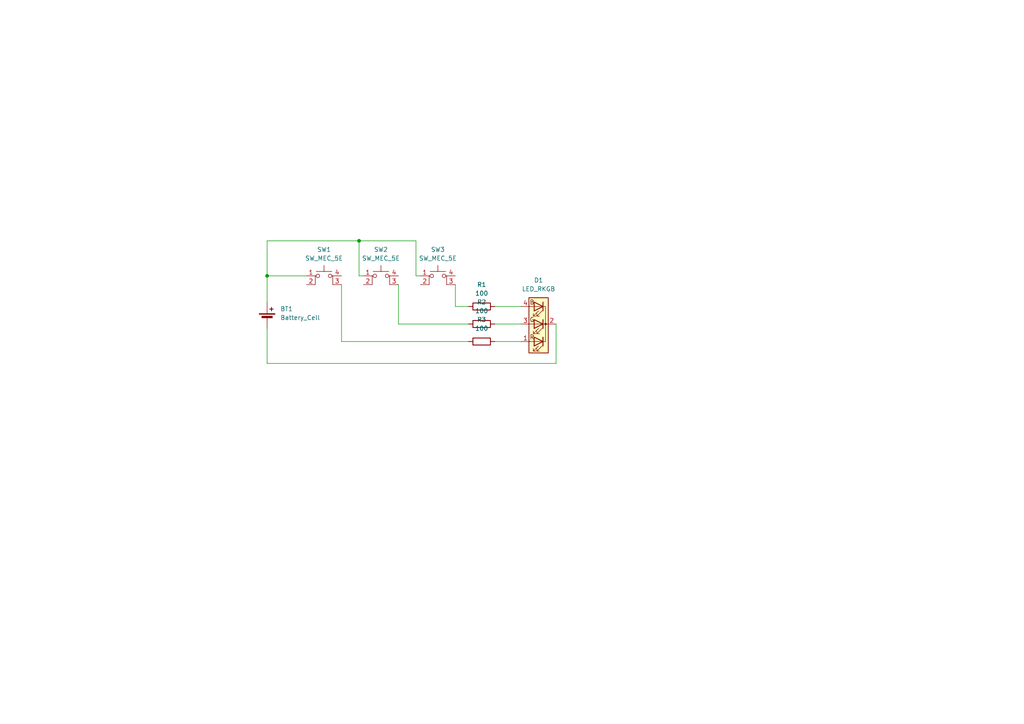
<source format=kicad_sch>
(kicad_sch (version 20231120) (generator "eeschema") (generator_version "8.0")
  (paper "A4")
  (lib_symbols
    (symbol "Device:Battery_Cell" (pin_numbers hide) (pin_names (offset 0) hide)
      (property "Reference" "BT" (at 2.54 2.54 0))
      (property "Value" "Battery_Cell" (at 2.54 0 0))
      (symbol "Battery_Cell_0_1"
        (rectangle (start -2.286 1.778) (end 2.286 1.524) (fill (type outline)))
        (rectangle (start -1.524 1.016) (end 1.524 0.508) (fill (type outline)))
        (polyline (pts (xy 0 0.762) (xy 0 0)))
        (polyline (pts (xy 0 1.778) (xy 0 2.54)))
        (polyline (pts (xy 0.762 3.048) (xy 1.778 3.048)) (stroke (width 0.254)))
        (polyline (pts (xy 1.27 3.556) (xy 1.27 2.54)) (stroke (width 0.254)))
      )
      (symbol "Battery_Cell_1_1"
        (pin passive line (at 0 5.08 270) (length 2.54) (name "+") (number "1"))
        (pin passive line (at 0 -2.54 90) (length 2.54) (name "-") (number "2"))
      )
    )
    (symbol "Device:LED_RKGB" (pin_names (offset 0) hide)
      (property "Reference" "D" (at 0 9.398 0))
      (property "Value" "LED_RKGB" (at 0 -8.89 0))
      (symbol "LED_RKGB_0_0"
        (text "B" (at 1.905 -6.35 0) (effects (font (size 1.27 1.27))))
        (text "G" (at 1.905 -1.27 0) (effects (font (size 1.27 1.27))))
        (text "R" (at 1.905 3.81 0) (effects (font (size 1.27 1.27))))
      )
      (symbol "LED_RKGB_0_1"
        (circle (center -2.032 0) (radius 0.254) (fill (type outline)))
        (polyline (pts (xy -1.27 -5.08) (xy 1.27 -5.08)))
        (polyline (pts (xy -1.27 -3.81) (xy -1.27 -6.35)) (stroke (width 0.254)))
        (polyline (pts (xy -1.27 0) (xy -2.54 0)))
        (polyline (pts (xy -1.27 1.27) (xy -1.27 -1.27)) (stroke (width 0.254)))
        (polyline (pts (xy -1.27 5.08) (xy 1.27 5.08)))
        (polyline (pts (xy -1.27 6.35) (xy -1.27 3.81)) (stroke (width 0.254)))
        (polyline (pts (xy 1.27 -5.08) (xy 2.54 -5.08)))
        (polyline (pts (xy 1.27 0) (xy -1.27 0)))
        (polyline (pts (xy 1.27 0) (xy 2.54 0)))
        (polyline (pts (xy 1.27 5.08) (xy 2.54 5.08)))
        (polyline (pts (xy -1.27 1.27) (xy -1.27 -1.27) (xy -1.27 -1.27)))
        (polyline (pts (xy -1.27 6.35) (xy -1.27 3.81) (xy -1.27 3.81)))
        (polyline (pts (xy -1.27 5.08) (xy -2.032 5.08) (xy -2.032 -5.08) (xy -1.016 -5.08)))
        (polyline (pts (xy 1.27 -3.81) (xy 1.27 -6.35) (xy -1.27 -5.08) (xy 1.27 -3.81)) (stroke (width 0.254)))
        (polyline (pts (xy 1.27 1.27) (xy 1.27 -1.27) (xy -1.27 0) (xy 1.27 1.27)) (stroke (width 0.254)))
        (polyline (pts (xy 1.27 6.35) (xy 1.27 3.81) (xy -1.27 5.08) (xy 1.27 6.35)) (stroke (width 0.254)))
        (polyline (pts (xy -1.016 -3.81) (xy 0.508 -2.286) (xy -0.254 -2.286) (xy 0.508 -2.286) (xy 0.508 -3.048)))
        (polyline (pts (xy -1.016 1.27) (xy 0.508 2.794) (xy -0.254 2.794) (xy 0.508 2.794) (xy 0.508 2.032)))
        (polyline (pts (xy -1.016 6.35) (xy 0.508 7.874) (xy -0.254 7.874) (xy 0.508 7.874) (xy 0.508 7.112)))
        (polyline (pts (xy 0 -3.81) (xy 1.524 -2.286) (xy 0.762 -2.286) (xy 1.524 -2.286) (xy 1.524 -3.048)))
        (polyline (pts (xy 0 1.27) (xy 1.524 2.794) (xy 0.762 2.794) (xy 1.524 2.794) (xy 1.524 2.032)))
        (polyline (pts (xy 0 6.35) (xy 1.524 7.874) (xy 0.762 7.874) (xy 1.524 7.874) (xy 1.524 7.112)))
        (rectangle (start 1.27 -1.27) (end 1.27 1.27))
        (rectangle (start 1.27 1.27) (end 1.27 1.27))
        (rectangle (start 1.27 3.81) (end 1.27 6.35))
        (rectangle (start 1.27 6.35) (end 1.27 6.35))
        (rectangle (start 2.794 8.382) (end -2.794 -7.62) (stroke (width 0.254)) (fill (type background)))
      )
      (symbol "LED_RKGB_1_1"
        (pin passive line (at 5.08 5.08 180) (length 2.54) (name "RA") (number "1"))
        (pin passive line (at -5.08 0 0) (length 2.54) (name "K") (number "2"))
        (pin passive line (at 5.08 0 180) (length 2.54) (name "GA") (number "3"))
        (pin passive line (at 5.08 -5.08 180) (length 2.54) (name "BA") (number "4"))
      )
    )
    (symbol "Device:R" (pin_numbers hide) (pin_names (offset 0))
      (property "Reference" "R" (at 2.032 0 90))
      (property "Value" "R" (at 0 0 90))
      (symbol "R_0_1"
        (rectangle (start -1.016 -2.54) (end 1.016 2.54) (stroke (width 0.254)))
      )
      (symbol "R_1_1"
        (pin passive line (at 0 3.81 270) (length 1.27) (name "~") (number "1"))
        (pin passive line (at 0 -3.81 90) (length 1.27) (name "~") (number "2"))
      )
    )
    (symbol "Switch:SW_MEC_5E" (pin_names (offset 1.016) hide)
      (property "Reference" "SW" (at 0.635 5.715 0))
      (property "Value" "SW_MEC_5E" (at 0 -3.175 0))
      (symbol "SW_MEC_5E_0_1"
        (circle (center -1.778 2.54) (radius 0.508))
        (polyline (pts (xy -2.286 3.81) (xy 2.286 3.81)))
        (polyline (pts (xy 0 3.81) (xy 0 5.588)))
        (polyline (pts (xy -2.54 0) (xy -2.54 2.54) (xy -2.286 2.54)))
        (polyline (pts (xy 2.54 0) (xy 2.54 2.54) (xy 2.286 2.54)))
        (circle (center 1.778 2.54) (radius 0.508))
        (pin passive line (at -5.08 2.54 0) (length 2.54) (name "1") (number "1"))
        (pin passive line (at -5.08 0 0) (length 2.54) (name "2") (number "2"))
        (pin passive line (at 5.08 0 180) (length 2.54) (name "K") (number "3"))
        (pin passive line (at 5.08 2.54 180) (length 2.54) (name "A") (number "4"))
      )
    )
  )
  (junction (at 77.47 80.01))
  (junction (at 104.14 69.85))
  (wire (pts (xy 135.89 93.98) (xy 115.57 93.98)))
  (wire (pts (xy 104.14 69.85) (xy 120.65 69.85)))
  (wire (pts (xy 77.47 95.25) (xy 77.47 105.41)))
  (wire (pts (xy 99.06 99.06) (xy 99.06 82.55)))
  (wire (pts (xy 161.29 105.41) (xy 77.47 105.41)))
  (wire (pts (xy 143.51 93.98) (xy 151.13 93.98)))
  (wire (pts (xy 143.51 88.9) (xy 151.13 88.9)))
  (wire (pts (xy 77.47 80.01) (xy 77.47 69.85)))
  (wire (pts (xy 143.51 99.06) (xy 151.13 99.06)))
  (wire (pts (xy 104.14 80.01) (xy 105.41 80.01)))
  (wire (pts (xy 77.47 69.85) (xy 104.14 69.85)))
  (wire (pts (xy 132.08 82.55) (xy 132.08 88.9)))
  (wire (pts (xy 120.65 69.85) (xy 120.65 80.01)))
  (wire (pts (xy 115.57 93.98) (xy 115.57 82.55)))
  (wire (pts (xy 77.47 80.01) (xy 88.9 80.01)))
  (wire (pts (xy 135.89 99.06) (xy 99.06 99.06)))
  (wire (pts (xy 132.08 88.9) (xy 135.89 88.9)))
  (wire (pts (xy 77.47 80.01) (xy 77.47 87.63)))
  (wire (pts (xy 161.29 93.98) (xy 161.29 105.41)))
  (wire (pts (xy 120.65 80.01) (xy 121.92 80.01)))
  (wire (pts (xy 104.14 69.85) (xy 104.14 80.01)))
  (symbol (lib_id "Device:R") (at 139.7 99.06 90) (unit 1)
    (property "Reference" "R3" (at 139.7 92.71 90))
    (property "Value" "100" (at 139.7 95.25 90))
    (property "Footprint" "Resistor_THT:R_Axial_DIN0207_L6.3mm_D2.5mm_P7.62mm_Horizontal" (effects (hide yes)))
    (property "Description" "Resistor" (effects (hide yes)))
  )
  (symbol (lib_id "Device:R") (at 139.7 93.98 90) (unit 1)
    (property "Reference" "R2" (at 139.7 87.63 90))
    (property "Value" "100" (at 139.7 90.17 90))
    (property "Footprint" "Resistor_THT:R_Axial_DIN0207_L6.3mm_D2.5mm_P7.62mm_Horizontal" (effects (hide yes)))
    (property "Description" "Resistor" (effects (hide yes)))
  )
  (symbol (lib_id "Switch:SW_MEC_5E") (at 110.49 82.55 0) (unit 1)
    (property "Reference" "SW2" (at 110.49 72.39 0))
    (property "Value" "SW_MEC_5E" (at 110.49 74.93 0))
    (property "Footprint" "Button_Switch_THT:SW_PUSH_6mm" (effects (hide yes)))
    (property "Datasheet" "http://www.apem.com/int/index.php?controller=attachment&id_attachment=1371" (effects (hide yes)))
    (property "Description" "MEC 5E single pole normally-open tactile switch" (effects (hide yes)))
  )
  (symbol (lib_id "Switch:SW_MEC_5E") (at 127 82.55 0) (unit 1)
    (property "Reference" "SW3" (at 127 72.39 0))
    (property "Value" "SW_MEC_5E" (at 127 74.93 0))
    (property "Footprint" "Button_Switch_THT:SW_PUSH_6mm" (effects (hide yes)))
    (property "Datasheet" "http://www.apem.com/int/index.php?controller=attachment&id_attachment=1371" (effects (hide yes)))
    (property "Description" "MEC 5E single pole normally-open tactile switch" (effects (hide yes)))
  )
  (symbol (lib_id "Device:Battery_Cell") (at 77.47 92.71 0) (unit 1)
    (property "Reference" "BT1" (at 81.28 89.5984 0) (effects (justify left)))
    (property "Value" "Battery_Cell" (at 81.28 92.1384 0) (effects (justify left)))
    (property "Footprint" "Battery:BatteryHolder_Keystone_3002_1x2032" (effects (hide yes)))
    (property "Description" "Single-cell battery" (effects (hide yes)))
  )
  (symbol (lib_id "Switch:SW_MEC_5E") (at 93.98 82.55 0) (unit 1)
    (property "Reference" "SW1" (at 93.98 72.39 0))
    (property "Value" "SW_MEC_5E" (at 93.98 74.93 0))
    (property "Footprint" "Button_Switch_THT:SW_PUSH_6mm" (effects (hide yes)))
    (property "Datasheet" "http://www.apem.com/int/index.php?controller=attachment&id_attachment=1371" (effects (hide yes)))
    (property "Description" "MEC 5E single pole normally-open tactile switch" (effects (hide yes)))
  )
  (symbol (lib_id "Device:LED_RKGB") (at 156.21 93.98 180) (unit 1)
    (property "Reference" "D1" (at 156.21 81.28 0))
    (property "Value" "LED_RKGB" (at 156.21 83.82 0))
    (property "Footprint" "LED_THT:LED_D5.0mm-4_RGB" (effects (hide yes)))
    (property "Description" "RGB LED, red/cathode/green/blue" (effects (hide yes)))
  )
  (symbol (lib_id "Device:R") (at 139.7 88.9 90) (unit 1)
    (property "Reference" "R1" (at 139.7 82.55 90))
    (property "Value" "100" (at 139.7 85.09 90))
    (property "Footprint" "Resistor_THT:R_Axial_DIN0207_L6.3mm_D2.5mm_P7.62mm_Horizontal" (effects (hide yes)))
    (property "Description" "Resistor" (effects (hide yes)))
  )
)
</source>
